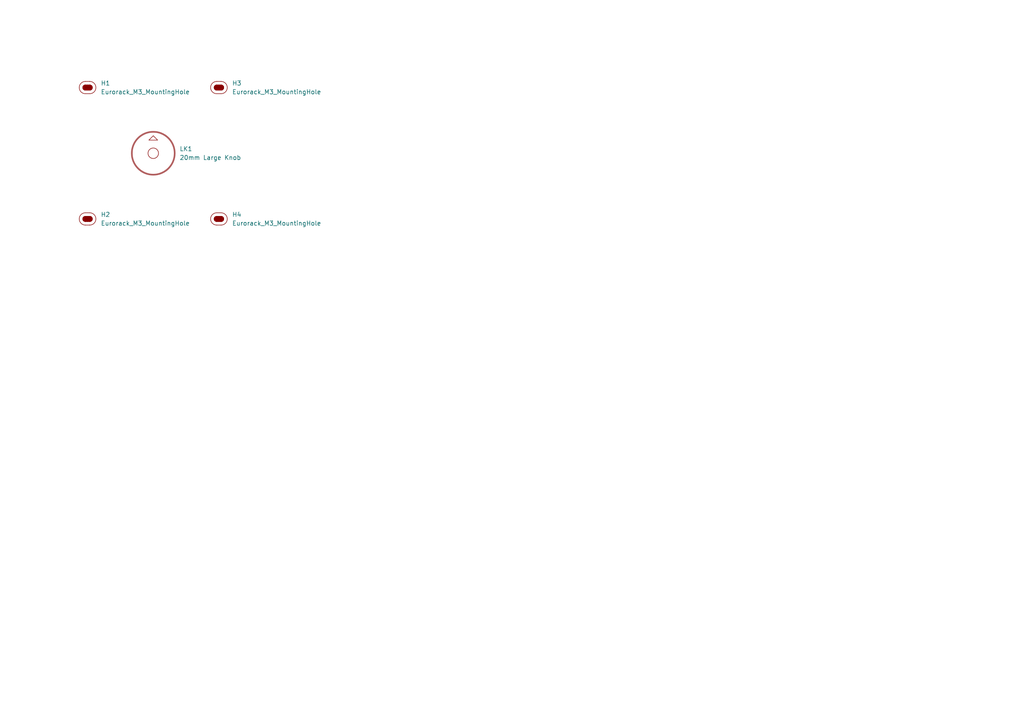
<source format=kicad_sch>
(kicad_sch (version 20250114) (generator "eeschema") (generator_version "9.0")
  (paper "A4")
  (lib_symbols
    (symbol "EXC:Eurorack_M3_MountingHole" (pin_names (offset 1.016))
      (property "Reference" "H" (at 0 5.08 0))
      (property "Value" "Eurorack_M3_MountingHole" (at 0 3.175 0))
      (symbol "Eurorack_M3_MountingHole_0_1"
        (polyline (pts (xy -0.635 0.762) (xy 0.635 0.762)))
        (circle (center -0.635 0) (radius 0.762) (fill (type outline)))
        (arc (start -0.635 -0.762) (mid -1.397 0) (end -0.635 0.762))
        (arc (start -0.635 -1.778) (mid -2.413 0) (end -0.635 1.778))
        (polyline (pts (xy -0.635 -0.762) (xy 0.635 -0.762)))
        (polyline (pts (xy -0.635 -1.778) (xy 0.635 -1.778)))
        (circle (center 0 0) (radius 0.762) (fill (type outline)))
        (polyline (pts (xy 0.635 1.778) (xy -0.635 1.778)))
        (arc (start 0.6141 1.778) (mid 2.4131 0) (end 0.6141 -1.778))
        (arc (start 0.6227 0.762) (mid 1.3971 0) (end 0.6227 -0.762))
        (circle (center 0.635 0) (radius 0.762) (fill (type outline)))
      )
    )
    (symbol "EXC:Knob_Large_20mm"
      (property "Reference" "LK" (at 0 7.366 0))
      (property "Value" "20mm Large Knob" (at 0.254 -7.366 0))
      (symbol "Knob_Large_20mm_0_1"
        (polyline (pts (xy 0 5.08) (xy -1.27 3.81) (xy 1.27 3.81) (xy 0 5.08)) (fill (type color)))
        (circle (center 0 0) (radius 1.524))
        (circle (center 0 0) (radius 6.096))
        (circle (center 0 0) (radius 6.35))
      )
    )
  )
  (symbol (lib_id "EXC:Eurorack_M3_MountingHole") (at 25.4 25.4 0) (unit 1)
    (property "Reference" "H1" (at 29.21 24.1299 0) (effects (justify left)))
    (property "Value" "Eurorack_M3_MountingHole" (at 29.21 26.6699 0) (effects (justify left)))
    (property "Footprint" "EXC:MountingHole_3.2mm_M3" (effects (hide yes)))
    (property "Description" "Mounting Hole without connection" (effects (hide yes)))
  )
  (symbol (lib_id "EXC:Eurorack_M3_MountingHole") (at 63.5 25.4 0) (unit 1)
    (property "Reference" "H3" (at 67.31 24.1299 0) (effects (justify left)))
    (property "Value" "Eurorack_M3_MountingHole" (at 67.31 26.6699 0) (effects (justify left)))
    (property "Footprint" "EXC:MountingHole_3.2mm_M3" (effects (hide yes)))
    (property "Description" "Mounting Hole without connection" (effects (hide yes)))
  )
  (symbol (lib_id "EXC:Knob_Large_20mm") (at 44.45 44.45 0) (unit 1)
    (property "Reference" "LK1" (at 52.07 43.1799 0) (effects (justify left)))
    (property "Value" "20mm Large Knob" (at 52.07 45.7199 0) (effects (justify left)))
    (property "Footprint" "EXC:Knob_Large_20mm" (effects (hide yes)))
    (property "Datasheet" "https://cdn-shop.adafruit.com/product-files/5528/Datasheet.pdf" (effects (hide yes)))
    (property "Description" "8-way panel-mount Rotary Selector" (effects (hide yes)))
    (property "Source" "https://www.adafruit.com/product/5528" (effects (hide yes)))
  )
  (symbol (lib_id "EXC:Eurorack_M3_MountingHole") (at 25.4 63.5 0) (unit 1)
    (property "Reference" "H2" (at 29.21 62.2299 0) (effects (justify left)))
    (property "Value" "Eurorack_M3_MountingHole" (at 29.21 64.7699 0) (effects (justify left)))
    (property "Footprint" "EXC:MountingHole_3.2mm_M3" (effects (hide yes)))
    (property "Description" "Mounting Hole without connection" (effects (hide yes)))
  )
  (symbol (lib_id "EXC:Eurorack_M3_MountingHole") (at 63.5 63.5 0) (unit 1)
    (property "Reference" "H4" (at 67.31 62.2299 0) (effects (justify left)))
    (property "Value" "Eurorack_M3_MountingHole" (at 67.31 64.7699 0) (effects (justify left)))
    (property "Footprint" "EXC:MountingHole_3.2mm_M3" (effects (hide yes)))
    (property "Description" "Mounting Hole without connection" (effects (hide yes)))
  )
)
</source>
